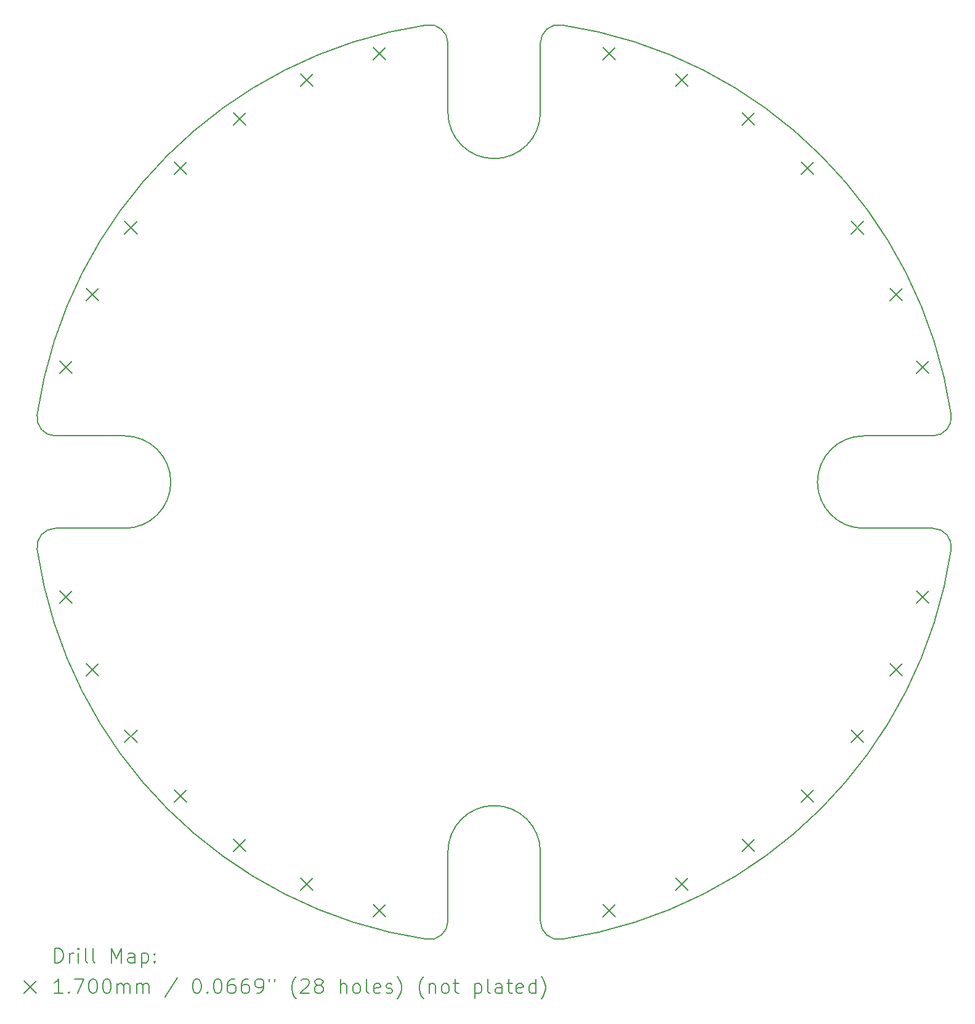
<source format=gbr>
%FSLAX45Y45*%
G04 Gerber Fmt 4.5, Leading zero omitted, Abs format (unit mm)*
G04 Created by KiCad (PCBNEW (6.0.4)) date 2022-11-02 15:14:06*
%MOMM*%
%LPD*%
G01*
G04 APERTURE LIST*
%TA.AperFunction,Profile*%
%ADD10C,0.200000*%
%TD*%
%ADD11C,0.200000*%
%ADD12C,0.170000*%
G04 APERTURE END LIST*
D10*
X16635001Y-15030829D02*
G75*
G03*
X16926042Y-15282113I253999J-1D01*
G01*
X10920000Y-8365000D02*
X9969171Y-8365000D01*
X22282115Y-9926042D02*
G75*
G03*
X22030829Y-9635000I-251285J37042D01*
G01*
X15365000Y-2969171D02*
X15365000Y-3920000D01*
X15073958Y-2717887D02*
G75*
G03*
X9717887Y-8073958I926042J-6282113D01*
G01*
X16926042Y-2717886D02*
G75*
G03*
X16635000Y-2969171I-37042J-251284D01*
G01*
X9717887Y-9926042D02*
G75*
G03*
X15073958Y-15282113I6282113J926042D01*
G01*
X22030829Y-8365000D02*
X21080000Y-8365000D01*
X15364999Y-2969171D02*
G75*
G03*
X15073958Y-2717887I-253999J1D01*
G01*
X9969171Y-9635001D02*
G75*
G03*
X9717887Y-9926042I-1J-253999D01*
G01*
X15365000Y-14080000D02*
X15365000Y-15030829D01*
X15073958Y-15282114D02*
G75*
G03*
X15365000Y-15030829I37042J251285D01*
G01*
X16635000Y-3920000D02*
X16635000Y-2969171D01*
X9717886Y-8073958D02*
G75*
G03*
X9969171Y-8365000I251285J-37042D01*
G01*
X16635000Y-15030829D02*
X16635000Y-14080000D01*
X22282113Y-8073958D02*
G75*
G03*
X16926042Y-2717887I-6282113J-926042D01*
G01*
X9969171Y-9635000D02*
X10920000Y-9635000D01*
X22030829Y-8364999D02*
G75*
G03*
X22282113Y-8073958I1J253999D01*
G01*
X16926042Y-15282113D02*
G75*
G03*
X22282113Y-9926042I-926042J6282113D01*
G01*
X10920000Y-9635000D02*
G75*
G03*
X10920000Y-8365000I0J635000D01*
G01*
X15365000Y-3920000D02*
G75*
G03*
X16635000Y-3920000I635000J0D01*
G01*
X21080000Y-9635000D02*
X22030829Y-9635000D01*
X21080000Y-8365000D02*
G75*
G03*
X21080000Y-9635000I0J-635000D01*
G01*
X16635000Y-14080000D02*
G75*
G03*
X15365000Y-14080000I-635000J0D01*
G01*
D11*
D12*
X10026716Y-7337239D02*
X10196716Y-7507239D01*
X10196716Y-7337239D02*
X10026716Y-7507239D01*
X10026716Y-10492761D02*
X10196716Y-10662761D01*
X10196716Y-10492761D02*
X10026716Y-10662761D01*
X10390148Y-6338719D02*
X10560148Y-6508719D01*
X10560148Y-6338719D02*
X10390148Y-6508719D01*
X10390148Y-11491281D02*
X10560148Y-11661281D01*
X10560148Y-11491281D02*
X10390148Y-11661281D01*
X10921449Y-5418478D02*
X11091449Y-5588478D01*
X11091449Y-5418478D02*
X10921449Y-5588478D01*
X10921449Y-12411522D02*
X11091449Y-12581522D01*
X11091449Y-12411522D02*
X10921449Y-12581522D01*
X11604477Y-4604477D02*
X11774477Y-4774477D01*
X11774477Y-4604477D02*
X11604477Y-4774477D01*
X11604477Y-13225523D02*
X11774477Y-13395523D01*
X11774477Y-13225523D02*
X11604477Y-13395523D01*
X12418478Y-3921449D02*
X12588478Y-4091449D01*
X12588478Y-3921449D02*
X12418478Y-4091449D01*
X12418478Y-13908551D02*
X12588478Y-14078551D01*
X12588478Y-13908551D02*
X12418478Y-14078551D01*
X13338719Y-3390148D02*
X13508719Y-3560148D01*
X13508719Y-3390148D02*
X13338719Y-3560148D01*
X13338719Y-14439852D02*
X13508719Y-14609852D01*
X13508719Y-14439852D02*
X13338719Y-14609852D01*
X14337239Y-3026716D02*
X14507239Y-3196716D01*
X14507239Y-3026716D02*
X14337239Y-3196716D01*
X14337239Y-14803284D02*
X14507239Y-14973284D01*
X14507239Y-14803284D02*
X14337239Y-14973284D01*
X17492761Y-3026716D02*
X17662761Y-3196716D01*
X17662761Y-3026716D02*
X17492761Y-3196716D01*
X17492761Y-14803284D02*
X17662761Y-14973284D01*
X17662761Y-14803284D02*
X17492761Y-14973284D01*
X18491281Y-3390148D02*
X18661281Y-3560148D01*
X18661281Y-3390148D02*
X18491281Y-3560148D01*
X18491281Y-14439852D02*
X18661281Y-14609852D01*
X18661281Y-14439852D02*
X18491281Y-14609852D01*
X19411522Y-3921449D02*
X19581522Y-4091449D01*
X19581522Y-3921449D02*
X19411522Y-4091449D01*
X19411522Y-13908551D02*
X19581522Y-14078551D01*
X19581522Y-13908551D02*
X19411522Y-14078551D01*
X20225523Y-4604477D02*
X20395523Y-4774477D01*
X20395523Y-4604477D02*
X20225523Y-4774477D01*
X20225523Y-13225523D02*
X20395523Y-13395523D01*
X20395523Y-13225523D02*
X20225523Y-13395523D01*
X20908551Y-5418478D02*
X21078551Y-5588478D01*
X21078551Y-5418478D02*
X20908551Y-5588478D01*
X20908551Y-12411522D02*
X21078551Y-12581522D01*
X21078551Y-12411522D02*
X20908551Y-12581522D01*
X21439852Y-6338719D02*
X21609852Y-6508719D01*
X21609852Y-6338719D02*
X21439852Y-6508719D01*
X21439852Y-11491281D02*
X21609852Y-11661281D01*
X21609852Y-11491281D02*
X21439852Y-11661281D01*
X21803284Y-7337239D02*
X21973284Y-7507239D01*
X21973284Y-7337239D02*
X21803284Y-7507239D01*
X21803284Y-10492761D02*
X21973284Y-10662761D01*
X21973284Y-10492761D02*
X21803284Y-10662761D01*
D11*
X9962789Y-15605306D02*
X9962789Y-15405306D01*
X10010408Y-15405306D01*
X10038980Y-15414830D01*
X10058027Y-15433878D01*
X10067551Y-15452925D01*
X10077075Y-15491020D01*
X10077075Y-15519592D01*
X10067551Y-15557687D01*
X10058027Y-15576735D01*
X10038980Y-15595782D01*
X10010408Y-15605306D01*
X9962789Y-15605306D01*
X10162789Y-15605306D02*
X10162789Y-15471973D01*
X10162789Y-15510068D02*
X10172313Y-15491020D01*
X10181837Y-15481497D01*
X10200884Y-15471973D01*
X10219932Y-15471973D01*
X10286599Y-15605306D02*
X10286599Y-15471973D01*
X10286599Y-15405306D02*
X10277075Y-15414830D01*
X10286599Y-15424354D01*
X10296122Y-15414830D01*
X10286599Y-15405306D01*
X10286599Y-15424354D01*
X10410408Y-15605306D02*
X10391360Y-15595782D01*
X10381837Y-15576735D01*
X10381837Y-15405306D01*
X10515170Y-15605306D02*
X10496122Y-15595782D01*
X10486599Y-15576735D01*
X10486599Y-15405306D01*
X10743741Y-15605306D02*
X10743741Y-15405306D01*
X10810408Y-15548163D01*
X10877075Y-15405306D01*
X10877075Y-15605306D01*
X11058027Y-15605306D02*
X11058027Y-15500544D01*
X11048503Y-15481497D01*
X11029456Y-15471973D01*
X10991360Y-15471973D01*
X10972313Y-15481497D01*
X11058027Y-15595782D02*
X11038980Y-15605306D01*
X10991360Y-15605306D01*
X10972313Y-15595782D01*
X10962789Y-15576735D01*
X10962789Y-15557687D01*
X10972313Y-15538639D01*
X10991360Y-15529116D01*
X11038980Y-15529116D01*
X11058027Y-15519592D01*
X11153265Y-15471973D02*
X11153265Y-15671973D01*
X11153265Y-15481497D02*
X11172313Y-15471973D01*
X11210408Y-15471973D01*
X11229456Y-15481497D01*
X11238979Y-15491020D01*
X11248503Y-15510068D01*
X11248503Y-15567211D01*
X11238979Y-15586258D01*
X11229456Y-15595782D01*
X11210408Y-15605306D01*
X11172313Y-15605306D01*
X11153265Y-15595782D01*
X11334218Y-15586258D02*
X11343741Y-15595782D01*
X11334218Y-15605306D01*
X11324694Y-15595782D01*
X11334218Y-15586258D01*
X11334218Y-15605306D01*
X11334218Y-15481497D02*
X11343741Y-15491020D01*
X11334218Y-15500544D01*
X11324694Y-15491020D01*
X11334218Y-15481497D01*
X11334218Y-15500544D01*
D12*
X9535170Y-15849830D02*
X9705170Y-16019830D01*
X9705170Y-15849830D02*
X9535170Y-16019830D01*
D11*
X10067551Y-16025306D02*
X9953265Y-16025306D01*
X10010408Y-16025306D02*
X10010408Y-15825306D01*
X9991360Y-15853878D01*
X9972313Y-15872925D01*
X9953265Y-15882449D01*
X10153265Y-16006258D02*
X10162789Y-16015782D01*
X10153265Y-16025306D01*
X10143741Y-16015782D01*
X10153265Y-16006258D01*
X10153265Y-16025306D01*
X10229456Y-15825306D02*
X10362789Y-15825306D01*
X10277075Y-16025306D01*
X10477075Y-15825306D02*
X10496122Y-15825306D01*
X10515170Y-15834830D01*
X10524694Y-15844354D01*
X10534218Y-15863401D01*
X10543741Y-15901497D01*
X10543741Y-15949116D01*
X10534218Y-15987211D01*
X10524694Y-16006258D01*
X10515170Y-16015782D01*
X10496122Y-16025306D01*
X10477075Y-16025306D01*
X10458027Y-16015782D01*
X10448503Y-16006258D01*
X10438980Y-15987211D01*
X10429456Y-15949116D01*
X10429456Y-15901497D01*
X10438980Y-15863401D01*
X10448503Y-15844354D01*
X10458027Y-15834830D01*
X10477075Y-15825306D01*
X10667551Y-15825306D02*
X10686599Y-15825306D01*
X10705646Y-15834830D01*
X10715170Y-15844354D01*
X10724694Y-15863401D01*
X10734218Y-15901497D01*
X10734218Y-15949116D01*
X10724694Y-15987211D01*
X10715170Y-16006258D01*
X10705646Y-16015782D01*
X10686599Y-16025306D01*
X10667551Y-16025306D01*
X10648503Y-16015782D01*
X10638980Y-16006258D01*
X10629456Y-15987211D01*
X10619932Y-15949116D01*
X10619932Y-15901497D01*
X10629456Y-15863401D01*
X10638980Y-15844354D01*
X10648503Y-15834830D01*
X10667551Y-15825306D01*
X10819932Y-16025306D02*
X10819932Y-15891973D01*
X10819932Y-15911020D02*
X10829456Y-15901497D01*
X10848503Y-15891973D01*
X10877075Y-15891973D01*
X10896122Y-15901497D01*
X10905646Y-15920544D01*
X10905646Y-16025306D01*
X10905646Y-15920544D02*
X10915170Y-15901497D01*
X10934218Y-15891973D01*
X10962789Y-15891973D01*
X10981837Y-15901497D01*
X10991360Y-15920544D01*
X10991360Y-16025306D01*
X11086599Y-16025306D02*
X11086599Y-15891973D01*
X11086599Y-15911020D02*
X11096122Y-15901497D01*
X11115170Y-15891973D01*
X11143741Y-15891973D01*
X11162789Y-15901497D01*
X11172313Y-15920544D01*
X11172313Y-16025306D01*
X11172313Y-15920544D02*
X11181837Y-15901497D01*
X11200884Y-15891973D01*
X11229456Y-15891973D01*
X11248503Y-15901497D01*
X11258027Y-15920544D01*
X11258027Y-16025306D01*
X11648503Y-15815782D02*
X11477075Y-16072925D01*
X11905646Y-15825306D02*
X11924694Y-15825306D01*
X11943741Y-15834830D01*
X11953265Y-15844354D01*
X11962789Y-15863401D01*
X11972313Y-15901497D01*
X11972313Y-15949116D01*
X11962789Y-15987211D01*
X11953265Y-16006258D01*
X11943741Y-16015782D01*
X11924694Y-16025306D01*
X11905646Y-16025306D01*
X11886598Y-16015782D01*
X11877075Y-16006258D01*
X11867551Y-15987211D01*
X11858027Y-15949116D01*
X11858027Y-15901497D01*
X11867551Y-15863401D01*
X11877075Y-15844354D01*
X11886598Y-15834830D01*
X11905646Y-15825306D01*
X12058027Y-16006258D02*
X12067551Y-16015782D01*
X12058027Y-16025306D01*
X12048503Y-16015782D01*
X12058027Y-16006258D01*
X12058027Y-16025306D01*
X12191360Y-15825306D02*
X12210408Y-15825306D01*
X12229456Y-15834830D01*
X12238979Y-15844354D01*
X12248503Y-15863401D01*
X12258027Y-15901497D01*
X12258027Y-15949116D01*
X12248503Y-15987211D01*
X12238979Y-16006258D01*
X12229456Y-16015782D01*
X12210408Y-16025306D01*
X12191360Y-16025306D01*
X12172313Y-16015782D01*
X12162789Y-16006258D01*
X12153265Y-15987211D01*
X12143741Y-15949116D01*
X12143741Y-15901497D01*
X12153265Y-15863401D01*
X12162789Y-15844354D01*
X12172313Y-15834830D01*
X12191360Y-15825306D01*
X12429456Y-15825306D02*
X12391360Y-15825306D01*
X12372313Y-15834830D01*
X12362789Y-15844354D01*
X12343741Y-15872925D01*
X12334218Y-15911020D01*
X12334218Y-15987211D01*
X12343741Y-16006258D01*
X12353265Y-16015782D01*
X12372313Y-16025306D01*
X12410408Y-16025306D01*
X12429456Y-16015782D01*
X12438979Y-16006258D01*
X12448503Y-15987211D01*
X12448503Y-15939592D01*
X12438979Y-15920544D01*
X12429456Y-15911020D01*
X12410408Y-15901497D01*
X12372313Y-15901497D01*
X12353265Y-15911020D01*
X12343741Y-15920544D01*
X12334218Y-15939592D01*
X12619932Y-15825306D02*
X12581837Y-15825306D01*
X12562789Y-15834830D01*
X12553265Y-15844354D01*
X12534218Y-15872925D01*
X12524694Y-15911020D01*
X12524694Y-15987211D01*
X12534218Y-16006258D01*
X12543741Y-16015782D01*
X12562789Y-16025306D01*
X12600884Y-16025306D01*
X12619932Y-16015782D01*
X12629456Y-16006258D01*
X12638979Y-15987211D01*
X12638979Y-15939592D01*
X12629456Y-15920544D01*
X12619932Y-15911020D01*
X12600884Y-15901497D01*
X12562789Y-15901497D01*
X12543741Y-15911020D01*
X12534218Y-15920544D01*
X12524694Y-15939592D01*
X12734218Y-16025306D02*
X12772313Y-16025306D01*
X12791360Y-16015782D01*
X12800884Y-16006258D01*
X12819932Y-15977687D01*
X12829456Y-15939592D01*
X12829456Y-15863401D01*
X12819932Y-15844354D01*
X12810408Y-15834830D01*
X12791360Y-15825306D01*
X12753265Y-15825306D01*
X12734218Y-15834830D01*
X12724694Y-15844354D01*
X12715170Y-15863401D01*
X12715170Y-15911020D01*
X12724694Y-15930068D01*
X12734218Y-15939592D01*
X12753265Y-15949116D01*
X12791360Y-15949116D01*
X12810408Y-15939592D01*
X12819932Y-15930068D01*
X12829456Y-15911020D01*
X12905646Y-15825306D02*
X12905646Y-15863401D01*
X12981837Y-15825306D02*
X12981837Y-15863401D01*
X13277075Y-16101497D02*
X13267551Y-16091973D01*
X13248503Y-16063401D01*
X13238979Y-16044354D01*
X13229456Y-16015782D01*
X13219932Y-15968163D01*
X13219932Y-15930068D01*
X13229456Y-15882449D01*
X13238979Y-15853878D01*
X13248503Y-15834830D01*
X13267551Y-15806258D01*
X13277075Y-15796735D01*
X13343741Y-15844354D02*
X13353265Y-15834830D01*
X13372313Y-15825306D01*
X13419932Y-15825306D01*
X13438979Y-15834830D01*
X13448503Y-15844354D01*
X13458027Y-15863401D01*
X13458027Y-15882449D01*
X13448503Y-15911020D01*
X13334218Y-16025306D01*
X13458027Y-16025306D01*
X13572313Y-15911020D02*
X13553265Y-15901497D01*
X13543741Y-15891973D01*
X13534218Y-15872925D01*
X13534218Y-15863401D01*
X13543741Y-15844354D01*
X13553265Y-15834830D01*
X13572313Y-15825306D01*
X13610408Y-15825306D01*
X13629456Y-15834830D01*
X13638979Y-15844354D01*
X13648503Y-15863401D01*
X13648503Y-15872925D01*
X13638979Y-15891973D01*
X13629456Y-15901497D01*
X13610408Y-15911020D01*
X13572313Y-15911020D01*
X13553265Y-15920544D01*
X13543741Y-15930068D01*
X13534218Y-15949116D01*
X13534218Y-15987211D01*
X13543741Y-16006258D01*
X13553265Y-16015782D01*
X13572313Y-16025306D01*
X13610408Y-16025306D01*
X13629456Y-16015782D01*
X13638979Y-16006258D01*
X13648503Y-15987211D01*
X13648503Y-15949116D01*
X13638979Y-15930068D01*
X13629456Y-15920544D01*
X13610408Y-15911020D01*
X13886598Y-16025306D02*
X13886598Y-15825306D01*
X13972313Y-16025306D02*
X13972313Y-15920544D01*
X13962789Y-15901497D01*
X13943741Y-15891973D01*
X13915170Y-15891973D01*
X13896122Y-15901497D01*
X13886598Y-15911020D01*
X14096122Y-16025306D02*
X14077075Y-16015782D01*
X14067551Y-16006258D01*
X14058027Y-15987211D01*
X14058027Y-15930068D01*
X14067551Y-15911020D01*
X14077075Y-15901497D01*
X14096122Y-15891973D01*
X14124694Y-15891973D01*
X14143741Y-15901497D01*
X14153265Y-15911020D01*
X14162789Y-15930068D01*
X14162789Y-15987211D01*
X14153265Y-16006258D01*
X14143741Y-16015782D01*
X14124694Y-16025306D01*
X14096122Y-16025306D01*
X14277075Y-16025306D02*
X14258027Y-16015782D01*
X14248503Y-15996735D01*
X14248503Y-15825306D01*
X14429456Y-16015782D02*
X14410408Y-16025306D01*
X14372313Y-16025306D01*
X14353265Y-16015782D01*
X14343741Y-15996735D01*
X14343741Y-15920544D01*
X14353265Y-15901497D01*
X14372313Y-15891973D01*
X14410408Y-15891973D01*
X14429456Y-15901497D01*
X14438979Y-15920544D01*
X14438979Y-15939592D01*
X14343741Y-15958639D01*
X14515170Y-16015782D02*
X14534218Y-16025306D01*
X14572313Y-16025306D01*
X14591360Y-16015782D01*
X14600884Y-15996735D01*
X14600884Y-15987211D01*
X14591360Y-15968163D01*
X14572313Y-15958639D01*
X14543741Y-15958639D01*
X14524694Y-15949116D01*
X14515170Y-15930068D01*
X14515170Y-15920544D01*
X14524694Y-15901497D01*
X14543741Y-15891973D01*
X14572313Y-15891973D01*
X14591360Y-15901497D01*
X14667551Y-16101497D02*
X14677075Y-16091973D01*
X14696122Y-16063401D01*
X14705646Y-16044354D01*
X14715170Y-16015782D01*
X14724694Y-15968163D01*
X14724694Y-15930068D01*
X14715170Y-15882449D01*
X14705646Y-15853878D01*
X14696122Y-15834830D01*
X14677075Y-15806258D01*
X14667551Y-15796735D01*
X15029456Y-16101497D02*
X15019932Y-16091973D01*
X15000884Y-16063401D01*
X14991360Y-16044354D01*
X14981837Y-16015782D01*
X14972313Y-15968163D01*
X14972313Y-15930068D01*
X14981837Y-15882449D01*
X14991360Y-15853878D01*
X15000884Y-15834830D01*
X15019932Y-15806258D01*
X15029456Y-15796735D01*
X15105646Y-15891973D02*
X15105646Y-16025306D01*
X15105646Y-15911020D02*
X15115170Y-15901497D01*
X15134218Y-15891973D01*
X15162789Y-15891973D01*
X15181837Y-15901497D01*
X15191360Y-15920544D01*
X15191360Y-16025306D01*
X15315170Y-16025306D02*
X15296122Y-16015782D01*
X15286598Y-16006258D01*
X15277075Y-15987211D01*
X15277075Y-15930068D01*
X15286598Y-15911020D01*
X15296122Y-15901497D01*
X15315170Y-15891973D01*
X15343741Y-15891973D01*
X15362789Y-15901497D01*
X15372313Y-15911020D01*
X15381837Y-15930068D01*
X15381837Y-15987211D01*
X15372313Y-16006258D01*
X15362789Y-16015782D01*
X15343741Y-16025306D01*
X15315170Y-16025306D01*
X15438979Y-15891973D02*
X15515170Y-15891973D01*
X15467551Y-15825306D02*
X15467551Y-15996735D01*
X15477075Y-16015782D01*
X15496122Y-16025306D01*
X15515170Y-16025306D01*
X15734218Y-15891973D02*
X15734218Y-16091973D01*
X15734218Y-15901497D02*
X15753265Y-15891973D01*
X15791360Y-15891973D01*
X15810408Y-15901497D01*
X15819932Y-15911020D01*
X15829456Y-15930068D01*
X15829456Y-15987211D01*
X15819932Y-16006258D01*
X15810408Y-16015782D01*
X15791360Y-16025306D01*
X15753265Y-16025306D01*
X15734218Y-16015782D01*
X15943741Y-16025306D02*
X15924694Y-16015782D01*
X15915170Y-15996735D01*
X15915170Y-15825306D01*
X16105646Y-16025306D02*
X16105646Y-15920544D01*
X16096122Y-15901497D01*
X16077075Y-15891973D01*
X16038979Y-15891973D01*
X16019932Y-15901497D01*
X16105646Y-16015782D02*
X16086598Y-16025306D01*
X16038979Y-16025306D01*
X16019932Y-16015782D01*
X16010408Y-15996735D01*
X16010408Y-15977687D01*
X16019932Y-15958639D01*
X16038979Y-15949116D01*
X16086598Y-15949116D01*
X16105646Y-15939592D01*
X16172313Y-15891973D02*
X16248503Y-15891973D01*
X16200884Y-15825306D02*
X16200884Y-15996735D01*
X16210408Y-16015782D01*
X16229456Y-16025306D01*
X16248503Y-16025306D01*
X16391360Y-16015782D02*
X16372313Y-16025306D01*
X16334218Y-16025306D01*
X16315170Y-16015782D01*
X16305646Y-15996735D01*
X16305646Y-15920544D01*
X16315170Y-15901497D01*
X16334218Y-15891973D01*
X16372313Y-15891973D01*
X16391360Y-15901497D01*
X16400884Y-15920544D01*
X16400884Y-15939592D01*
X16305646Y-15958639D01*
X16572313Y-16025306D02*
X16572313Y-15825306D01*
X16572313Y-16015782D02*
X16553265Y-16025306D01*
X16515170Y-16025306D01*
X16496122Y-16015782D01*
X16486598Y-16006258D01*
X16477075Y-15987211D01*
X16477075Y-15930068D01*
X16486598Y-15911020D01*
X16496122Y-15901497D01*
X16515170Y-15891973D01*
X16553265Y-15891973D01*
X16572313Y-15901497D01*
X16648503Y-16101497D02*
X16658027Y-16091973D01*
X16677075Y-16063401D01*
X16686598Y-16044354D01*
X16696122Y-16015782D01*
X16705646Y-15968163D01*
X16705646Y-15930068D01*
X16696122Y-15882449D01*
X16686598Y-15853878D01*
X16677075Y-15834830D01*
X16658027Y-15806258D01*
X16648503Y-15796735D01*
M02*

</source>
